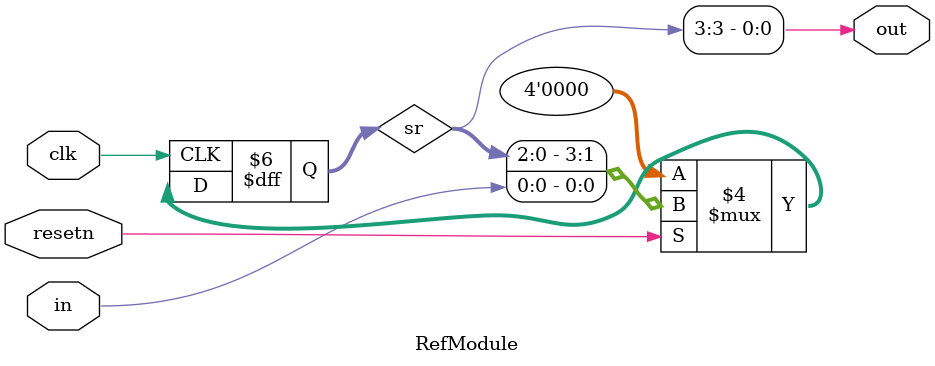
<source format=sv>

module RefModule (
  input clk,
  input resetn,
  input in,
  output out
);

  reg [3:0] sr;
  always @(posedge clk) begin
    if (~resetn)
      sr <= '0;
    else
      sr <= {sr[2:0], in};
  end

  assign out = sr[3];

endmodule

</source>
